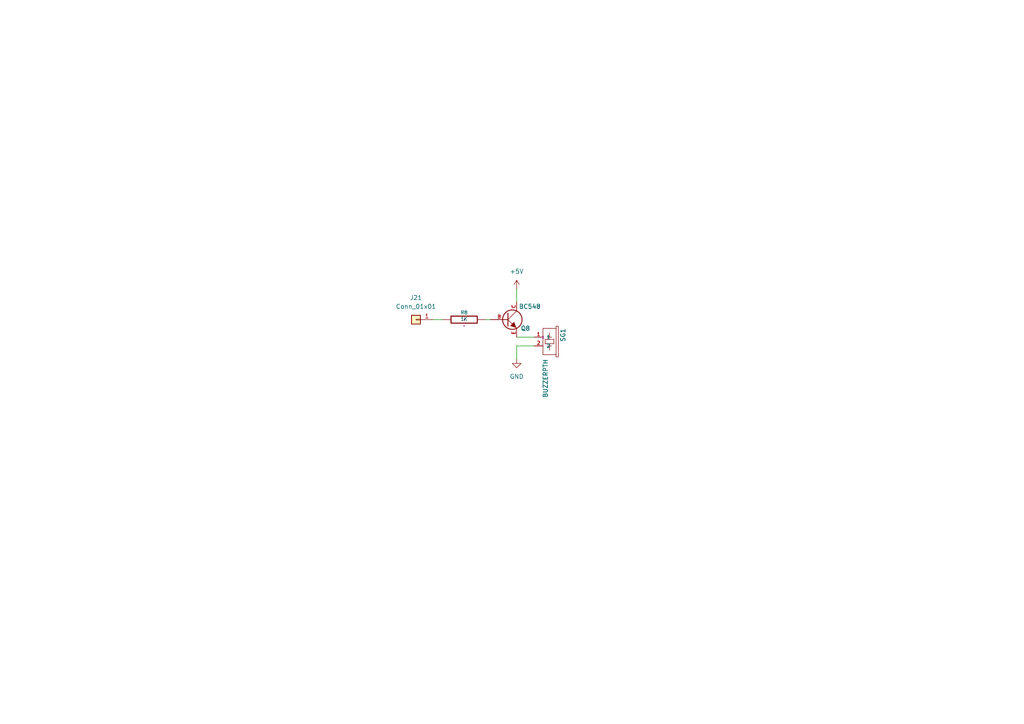
<source format=kicad_sch>
(kicad_sch (version 20250114) (generator "eeschema") (generator_version "9.0")
  (paper "A4")
  (lib_symbols
    (symbol "BC237_14" (pin_names (offset 1.016) (hide yes))
      (property "Reference" "Q" (at 5.08 -2.54 0))
      (property "Value" "BC237" (at 6.35 3.81 0))
      (symbol "BC237_14_0_1"
        (polyline (pts (xy 0 1.905) (xy 0 -1.905) (xy 0 -1.905)) (stroke (width 0.254)))
        (polyline (pts (xy 0 0) (xy 2.54 2.54)))
        (circle (center 1.27 0) (radius 2.8194) (stroke (width 0.254)))
        (polyline (pts (xy 1.27 -1.27) (xy 0 0) (xy 0 0)))
        (polyline (pts (xy 2.286 -2.286) (xy 2.54 -2.54) (xy 2.54 -2.54)))
        (polyline (pts (xy 2.286 -2.286) (xy 1.778 -0.762) (xy 0.762 -1.778) (xy 2.286 -2.286) (xy 2.286 -2.286)) (fill (type outline)))
      )
      (symbol "BC237_14_1_1"
        (pin input line (at -5.08 0 0) (length 5.08) (name "B") (number "B"))
        (pin passive line (at 2.54 5.08 270) (length 2.54) (name "C") (number "C"))
        (pin passive line (at 2.54 -5.08 90) (length 2.54) (name "E") (number "E"))
      )
    )
    (symbol "BUZZERPTH_2" (pin_names (offset 1.016))
      (property "Reference" "SG" (at -2.54 5.08 0))
      (property "Value" "BUZZERPTH" (at 6.35 0 0))
      (symbol "BUZZERPTH_2_1_0"
        (polyline (pts (xy -3.175 4.445) (xy -3.175 3.81)))
        (polyline (pts (xy -3.175 3.81) (xy -2.54 3.81)))
        (polyline (pts (xy -2.54 3.81) (xy -2.54 0)))
        (polyline (pts (xy -2.54 3.81) (xy 5.08 3.81)))
        (polyline (pts (xy -2.54 0) (xy 5.08 0)))
        (polyline (pts (xy -1.27 1.905) (xy 0 1.905)))
        (polyline (pts (xy 0 1.905) (xy 0 2.54)))
        (polyline (pts (xy 0 1.905) (xy 0 1.27)))
        (polyline (pts (xy 0.635 3.175) (xy 0.635 0.635)))
        (polyline (pts (xy 0.635 0.635) (xy 1.905 0.635)))
        (polyline (pts (xy 1.905 3.175) (xy 0.635 3.175)))
        (polyline (pts (xy 1.905 0.635) (xy 1.905 3.175)))
        (polyline (pts (xy 2.54 2.54) (xy 2.54 1.905)))
        (polyline (pts (xy 2.54 1.905) (xy 2.54 1.27)))
        (polyline (pts (xy 2.54 1.905) (xy 3.81 1.905)))
        (polyline (pts (xy 5.08 3.81) (xy 5.715 3.81)))
        (polyline (pts (xy 5.08 0) (xy 5.08 3.81)))
        (polyline (pts (xy 5.715 4.445) (xy -3.175 4.445)))
        (polyline (pts (xy 5.715 3.81) (xy 5.715 4.445)))
      )
      (symbol "BUZZERPTH_2_1_1"
        (pin passive line (at 0 -2.54 90) (length 2.54) (name "1") (number "1"))
        (pin passive line (at 2.54 -2.54 90) (length 2.54) (name "2") (number "2"))
      )
    )
    (symbol "Connector_Generic:Conn_01x01" (pin_names (offset 1.016) (hide yes))
      (property "Reference" "J" (at 0 2.54 0))
      (property "Value" "Conn_01x01" (at 0 -2.54 0))
      (symbol "Conn_01x01_1_1"
        (rectangle (start -1.27 1.27) (end 1.27 -1.27) (stroke (width 0.254)) (fill (type background)))
        (rectangle (start -1.27 0.127) (end 0 -0.127) (stroke (width 0.1524)))
        (pin passive line (at -5.08 0 0) (length 3.81) (name "Pin_1") (number "1"))
      )
    )
    (symbol "R_18" (pin_numbers (hide yes)) (pin_names (offset 0))
      (property "Reference" "R" (at 2.032 0 90))
      (property "Value" "R" (at 0.1778 0.0254 90))
      (symbol "R_18_0_1"
        (rectangle (start -1.016 3.81) (end 1.016 -3.81) (stroke (width 0.3048)))
      )
      (symbol "R_18_1_1"
        (pin passive line (at 0 6.35 270) (length 2.54) (name "~") (number "1"))
        (pin passive line (at 0 -6.35 90) (length 2.54) (name "~") (number "2"))
      )
    )
    (symbol "power:+5V" (power) (pin_numbers (hide yes)) (pin_names (offset 0) (hide yes))
      (property "Value" "+5V" (at 0 3.556 0))
      (symbol "+5V_0_1"
        (polyline (pts (xy -0.762 1.27) (xy 0 2.54)))
        (polyline (pts (xy 0 2.54) (xy 0.762 1.27)))
        (polyline (pts (xy 0 0) (xy 0 2.54)))
      )
      (symbol "+5V_1_1"
        (pin power_in line (at 0 0 90) (length 0) (name "~") (number "1"))
      )
    )
    (symbol "power:GND" (power) (pin_numbers (hide yes)) (pin_names (offset 0) (hide yes))
      (property "Value" "GND" (at 0 -3.81 0))
      (symbol "GND_0_1"
        (polyline (pts (xy 0 0) (xy 0 -1.27) (xy 1.27 -1.27) (xy 0 -2.54) (xy -1.27 -1.27) (xy 0 -1.27)))
      )
      (symbol "GND_1_1"
        (pin power_in line (at 0 0 270) (length 0) (name "~") (number "1"))
      )
    )
  )
  (wire (pts (xy 140.97 92.71) (xy 142.24 92.71)))
  (wire (pts (xy 149.86 97.79) (xy 154.94 97.79)))
  (wire (pts (xy 149.86 87.63) (xy 149.86 83.82)))
  (wire (pts (xy 125.73 92.71) (xy 128.27 92.71)))
  (wire (pts (xy 149.86 104.14) (xy 149.86 100.33)))
  (wire (pts (xy 149.86 100.33) (xy 154.94 100.33)))
  (symbol (lib_name "BUZZERPTH_2") (lib_id "Ultra_DB_X51_v1-rescue:BUZZERPTH") (at 157.48 97.79 270) (unit 1)
    (property "Reference" "SG1" (at 162.56 95.25 0) (effects (justify left bottom)))
    (property "Value" "BUZZERPTH" (at 157.48 104.14 0) (effects (justify left bottom)))
    (property "Footprint" "SparkFun-BUZZER-12MM" (effects (hide yes)))
    (property "Datasheet" "~" (at 157.48 97.79 0) (effects (font (size 1.524 1.524))))
  )
  (symbol (lib_name "BC237_14") (lib_id "Ultra_DB_X51_v1-rescue:BC237") (at 147.32 92.71 0) (unit 1)
    (property "Reference" "Q8" (at 152.4 95.25 0))
    (property "Value" "BC548" (at 153.67 88.9 0))
    (property "Footprint" "TO92-EBC" (effects (hide yes)))
  )
  (symbol (lib_id "power:GND") (at 149.86 104.14 0) (unit 1)
    (property "Reference" "#PWR039" (effects (hide yes)))
    (property "Value" "GND" (at 149.86 109.22 0))
    (property "Description" "Power symbol creates a global label with name \"GND\" , ground" (effects (hide yes)))
  )
  (symbol (lib_name "R_18") (lib_id "Ultra_DB_X51_v1-rescue:R") (at 134.62 92.71 90) (unit 1)
    (property "Reference" "R8" (at 134.62 90.678 90) (effects (font (size 1.016 1.016))))
    (property "Value" "1K" (at 134.5946 92.5322 90) (effects (font (size 1.016 1.016))))
    (property "Footprint" "~" (at 134.62 94.488 90) (effects (font (size 0.762 0.762))))
    (property "Datasheet" "~" (at 134.62 92.71 0) (effects (font (size 0.762 0.762))))
  )
  (symbol (lib_id "Connector_Generic:Conn_01x01") (at 120.65 92.71 180) (unit 1)
    (property "Reference" "J21" (at 120.65 86.36 0))
    (property "Value" "Conn_01x01" (at 120.65 88.9 0))
    (property "Description" "Generic connector, single row, 01x01, script generated (kicad-library-utils/schlib/autogen/connector/)" (effects (hide yes)))
  )
  (symbol (lib_id "power:+5V") (at 149.86 83.82 0) (unit 1)
    (property "Reference" "#PWR038" (effects (hide yes)))
    (property "Value" "+5V" (at 149.86 78.74 0))
    (property "Description" "Power symbol creates a global label with name \"+5V\"" (effects (hide yes)))
  )
)
</source>
